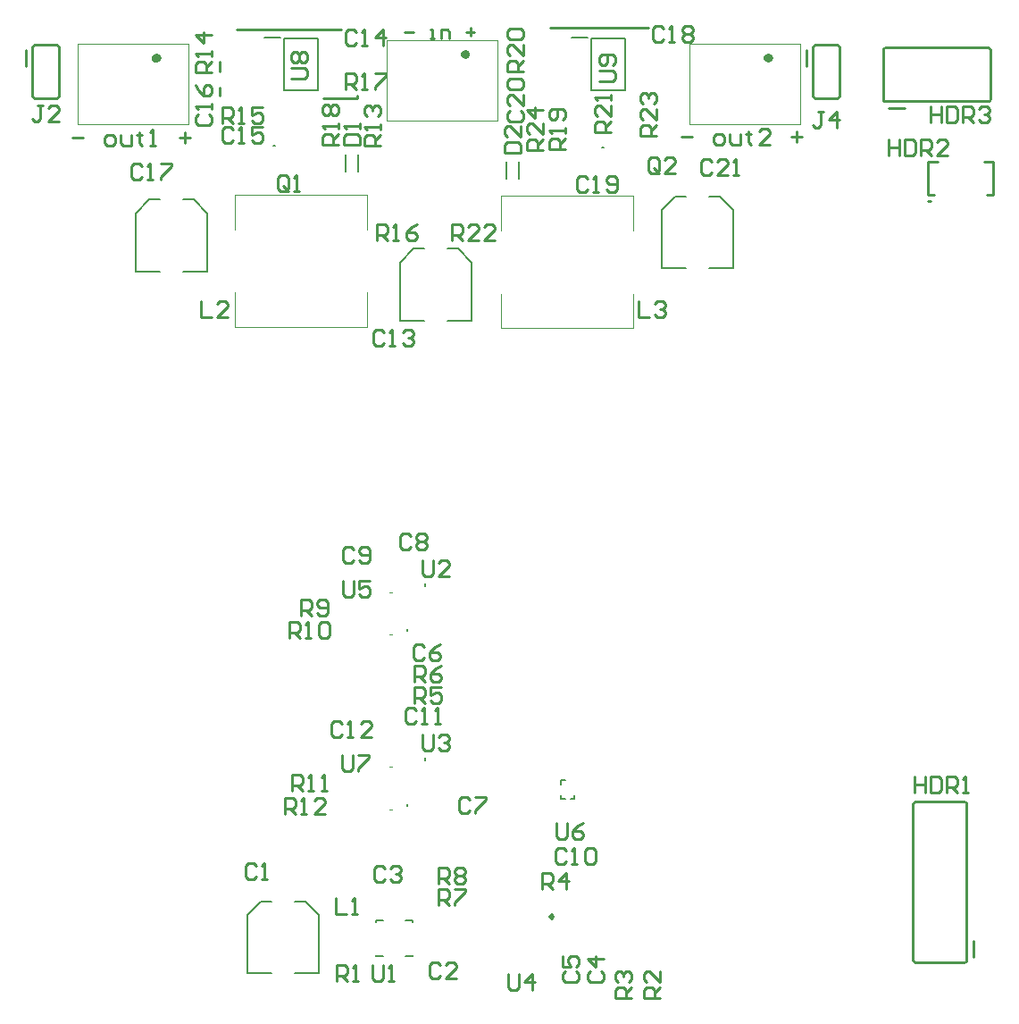
<source format=gto>
G04*
G04 #@! TF.GenerationSoftware,Altium Limited,Altium Designer,24.0.1 (36)*
G04*
G04 Layer_Color=65535*
%FSLAX26Y26*%
%MOIN*%
G70*
G04*
G04 #@! TF.SameCoordinates,F42C736F-CBB7-40B1-BF54-99FABD9F894E*
G04*
G04*
G04 #@! TF.FilePolarity,Positive*
G04*
G01*
G75*
%ADD10C,0.010000*%
%ADD11C,0.003937*%
%ADD12C,0.012795*%
%ADD13C,0.003937*%
%ADD14C,0.007874*%
%ADD15C,0.019685*%
D10*
X3616142Y3258780D02*
X3608268D01*
X3616142D01*
X3752362Y1007716D02*
X3749433Y1014788D01*
X3742362Y1017716D01*
Y417716D02*
X3749433Y420645D01*
X3752362Y427716D01*
X3562362Y1017716D02*
X3555291Y1014788D01*
X3552362Y1007716D01*
Y427716D02*
X3555291Y420645D01*
X3562362Y417716D01*
X3829715Y3630628D02*
X3836786Y3633557D01*
X3839715Y3640628D01*
X3439715D02*
X3442644Y3633557D01*
X3449715Y3630628D01*
X3839715Y3820628D02*
X3836786Y3827699D01*
X3829715Y3830628D01*
X3449715D02*
X3442644Y3827699D01*
X3439715Y3820628D01*
X3178347Y3652016D02*
X3181275Y3644945D01*
X3188347Y3642016D01*
Y3842016D02*
X3181275Y3839087D01*
X3178347Y3832016D01*
X3268347Y3642016D02*
X3275418Y3644945D01*
X3278347Y3652016D01*
Y3832016D02*
X3275418Y3839087D01*
X3268347Y3842016D01*
X264961Y3651251D02*
X267889Y3644180D01*
X274961Y3641251D01*
Y3841251D02*
X267889Y3838322D01*
X264961Y3831251D01*
X354961Y3641251D02*
X362032Y3644180D01*
X364961Y3651251D01*
Y3831251D02*
X362032Y3838322D01*
X354961Y3841251D01*
X3608268Y3282402D02*
X3631890D01*
X3608268D02*
Y3404449D01*
X3643701D01*
X3828740Y3282402D02*
X3852362D01*
Y3404449D01*
X3816929D02*
X3852362D01*
X3777362Y437716D02*
Y497716D01*
X3752362Y427716D02*
Y1007716D01*
X3552362Y427716D02*
Y1007716D01*
X3562362Y417716D02*
X3742362D01*
X3562362Y1017716D02*
X3742362D01*
X3459715Y3605628D02*
X3519715D01*
X3449715Y3630628D02*
X3829715D01*
X3449715Y3830628D02*
X3829715D01*
X3439715Y3640628D02*
Y3820628D01*
X3839715Y3640628D02*
Y3820628D01*
X3153347Y3762016D02*
Y3822016D01*
X3178347Y3652016D02*
Y3832016D01*
X3278347Y3652016D02*
Y3832016D01*
X3188347Y3842016D02*
X3268347D01*
X3188347Y3642016D02*
X3268347D01*
X2197731Y3906897D02*
X2563201Y3906890D01*
X1476378Y3641732D02*
Y3651575D01*
X1350394Y3641732D02*
X1476378Y3641732D01*
X964567Y3651575D02*
Y3681102D01*
Y3742126D02*
Y3777559D01*
X1026204Y3897638D02*
X1417323D01*
X239961Y3761251D02*
Y3821251D01*
X264961Y3651251D02*
Y3831251D01*
X364961Y3651251D02*
Y3831251D01*
X274961Y3841251D02*
X354961D01*
X274961Y3641251D02*
X354961D01*
X3460066Y3488652D02*
Y3428671D01*
Y3458662D01*
X3500053D01*
Y3488652D01*
Y3428671D01*
X3520046Y3488652D02*
Y3428671D01*
X3550037D01*
X3560033Y3438668D01*
Y3478655D01*
X3550037Y3488652D01*
X3520046D01*
X3580027Y3428671D02*
Y3488652D01*
X3610017D01*
X3620014Y3478655D01*
Y3458662D01*
X3610017Y3448665D01*
X3580027D01*
X3600020D02*
X3620014Y3428671D01*
X3679994D02*
X3640007D01*
X3679994Y3468658D01*
Y3478655D01*
X3669998Y3488652D01*
X3650004D01*
X3640007Y3478655D01*
X3218350Y3592982D02*
X3198356D01*
X3208353D01*
Y3542999D01*
X3198356Y3533002D01*
X3188360D01*
X3178363Y3542999D01*
X3268334Y3533002D02*
Y3592982D01*
X3238343Y3562992D01*
X3278330D01*
X3618419Y3612668D02*
Y3552687D01*
Y3582677D01*
X3658406D01*
Y3612668D01*
Y3552687D01*
X3678399Y3612668D02*
Y3552687D01*
X3708390D01*
X3718387Y3562684D01*
Y3602671D01*
X3708390Y3612668D01*
X3678399D01*
X3738380Y3552687D02*
Y3612668D01*
X3768370D01*
X3778367Y3602671D01*
Y3582677D01*
X3768370Y3572680D01*
X3738380D01*
X3758374D02*
X3778367Y3552687D01*
X3798361Y3602671D02*
X3808357Y3612668D01*
X3828351D01*
X3838348Y3602671D01*
Y3592674D01*
X3828351Y3582677D01*
X3818354D01*
X3828351D01*
X3838348Y3572680D01*
Y3562684D01*
X3828351Y3552687D01*
X3808357D01*
X3798361Y3562684D01*
X1655739Y3889503D02*
X1687225D01*
X1750197Y3865888D02*
X1765940D01*
X1758069D01*
Y3897374D01*
X1750197D01*
X1789554Y3865888D02*
Y3897374D01*
X1813169D01*
X1821040Y3889503D01*
Y3865888D01*
X1884012Y3889503D02*
X1915498D01*
X1899755Y3905246D02*
Y3873760D01*
X413757Y3494455D02*
X453744D01*
X543715Y3464464D02*
X563708D01*
X573705Y3474461D01*
Y3494455D01*
X563708Y3504452D01*
X543715D01*
X533718Y3494455D01*
Y3474461D01*
X543715Y3464464D01*
X593699Y3504452D02*
Y3474461D01*
X603696Y3464464D01*
X633686D01*
Y3504452D01*
X663676Y3514448D02*
Y3504452D01*
X653679D01*
X673673D01*
X663676D01*
Y3474461D01*
X673673Y3464464D01*
X703663D02*
X723657D01*
X713660D01*
Y3524445D01*
X703663Y3514448D01*
X813628Y3494455D02*
X853615D01*
X833621Y3514448D02*
Y3474461D01*
X2688459Y3498652D02*
X2728446D01*
X2818417Y3468662D02*
X2838410D01*
X2848407Y3478658D01*
Y3498652D01*
X2838410Y3508649D01*
X2818417D01*
X2808420Y3498652D01*
Y3478658D01*
X2818417Y3468662D01*
X2868400Y3508649D02*
Y3478658D01*
X2878397Y3468662D01*
X2908387D01*
Y3508649D01*
X2938378Y3518645D02*
Y3508649D01*
X2928381D01*
X2948374D01*
X2938378D01*
Y3478658D01*
X2948374Y3468662D01*
X3018352D02*
X2978365D01*
X3018352Y3508649D01*
Y3518645D01*
X3008355Y3528642D01*
X2988362D01*
X2978365Y3518645D01*
X3098326Y3498652D02*
X3138313D01*
X3118320Y3518645D02*
Y3478658D01*
X1102362Y778440D02*
X1092366Y788437D01*
X1072372D01*
X1062375Y778440D01*
Y738453D01*
X1072372Y728456D01*
X1092366D01*
X1102362Y738453D01*
X1122356Y728456D02*
X1142349D01*
X1132353D01*
Y788437D01*
X1122356Y778440D01*
X1398991Y657943D02*
Y597962D01*
X1438978D01*
X1458972D02*
X1478965D01*
X1468969D01*
Y657943D01*
X1458972Y647946D01*
X1402613Y347962D02*
Y407943D01*
X1432603D01*
X1442600Y397946D01*
Y377953D01*
X1432603Y367956D01*
X1402613D01*
X1422607D02*
X1442600Y347962D01*
X1462594D02*
X1482587D01*
X1472591D01*
Y407943D01*
X1462594Y397946D01*
X1534816Y407943D02*
Y357959D01*
X1544813Y347962D01*
X1564806D01*
X1574803Y357959D01*
Y407943D01*
X1594797Y347962D02*
X1614790D01*
X1604793D01*
Y407943D01*
X1594797Y397946D01*
X2041370Y373707D02*
Y323724D01*
X2051367Y313727D01*
X2071361D01*
X2081357Y323724D01*
Y373707D01*
X2131341Y313727D02*
Y373707D01*
X2101351Y343717D01*
X2141338D01*
X2608730Y284662D02*
X2548750D01*
Y314652D01*
X2558747Y324649D01*
X2578740D01*
X2588737Y314652D01*
Y284662D01*
Y304655D02*
X2608730Y324649D01*
Y384630D02*
Y344642D01*
X2568743Y384630D01*
X2558747D01*
X2548750Y374633D01*
Y354639D01*
X2558747Y344642D01*
X2500573Y284662D02*
X2440592D01*
Y314652D01*
X2450589Y324649D01*
X2470582D01*
X2480579Y314652D01*
Y284662D01*
Y304655D02*
X2500573Y324649D01*
X2450589Y344642D02*
X2440592Y354639D01*
Y374633D01*
X2450589Y384630D01*
X2460586D01*
X2470582Y374633D01*
Y364636D01*
Y374633D01*
X2480579Y384630D01*
X2490576D01*
X2500573Y374633D01*
Y354639D01*
X2490576Y344642D01*
X2347108Y383704D02*
X2337111Y373707D01*
Y353714D01*
X2347108Y343717D01*
X2387095D01*
X2397092Y353714D01*
Y373707D01*
X2387095Y383704D01*
X2397092Y433688D02*
X2337111D01*
X2367102Y403697D01*
Y443685D01*
X2253388Y383704D02*
X2243391Y373707D01*
Y353714D01*
X2253388Y343717D01*
X2293375D01*
X2303372Y353714D01*
Y373707D01*
X2293375Y383704D01*
X2243391Y443685D02*
Y403698D01*
X2273381D01*
X2263385Y423691D01*
Y433688D01*
X2273381Y443685D01*
X2293375D01*
X2303372Y433688D01*
Y413694D01*
X2293375Y403698D01*
X2167040Y693023D02*
Y753004D01*
X2197031D01*
X2207027Y743007D01*
Y723013D01*
X2197031Y713017D01*
X2167040D01*
X2187034D02*
X2207027Y693023D01*
X2257011D02*
Y753004D01*
X2227021Y723013D01*
X2267008D01*
X2593191Y3502703D02*
X2533211D01*
Y3532693D01*
X2543207Y3542690D01*
X2563201D01*
X2573198Y3532693D01*
Y3502703D01*
Y3522697D02*
X2593191Y3542690D01*
Y3602671D02*
Y3562684D01*
X2553204Y3602671D01*
X2543207D01*
X2533211Y3592674D01*
Y3572680D01*
X2543207Y3562684D01*
Y3622664D02*
X2533211Y3632661D01*
Y3652655D01*
X2543207Y3662651D01*
X2553204D01*
X2563201Y3652655D01*
Y3642658D01*
Y3652655D01*
X2573198Y3662651D01*
X2583194D01*
X2593191Y3652655D01*
Y3632661D01*
X2583194Y3622664D01*
X2425913Y3515288D02*
X2365933D01*
Y3545278D01*
X2375930Y3555275D01*
X2395923D01*
X2405920Y3545278D01*
Y3515288D01*
Y3535282D02*
X2425913Y3555275D01*
Y3615256D02*
Y3575269D01*
X2385926Y3615256D01*
X2375930D01*
X2365933Y3605259D01*
Y3585265D01*
X2375930Y3575269D01*
X2425913Y3635249D02*
Y3655243D01*
Y3645246D01*
X2365933D01*
X2375930Y3635249D01*
X2799730Y3406351D02*
X2789733Y3416348D01*
X2769740D01*
X2759743Y3406351D01*
Y3366364D01*
X2769740Y3356367D01*
X2789733D01*
X2799730Y3366364D01*
X2859710Y3356367D02*
X2819723D01*
X2859710Y3396354D01*
Y3406351D01*
X2849714Y3416348D01*
X2829720D01*
X2819723Y3406351D01*
X2879704Y3356367D02*
X2899697D01*
X2889701D01*
Y3416348D01*
X2879704Y3406351D01*
X2338595Y3343489D02*
X2328598Y3353486D01*
X2308605D01*
X2298608Y3343489D01*
Y3303502D01*
X2308605Y3293506D01*
X2328598D01*
X2338595Y3303502D01*
X2358588Y3293506D02*
X2378582D01*
X2368585D01*
Y3353486D01*
X2358588Y3343489D01*
X2408572Y3303502D02*
X2418569Y3293506D01*
X2438562D01*
X2448559Y3303502D01*
Y3343489D01*
X2438562Y3353486D01*
X2418569D01*
X2408572Y3343489D01*
Y3333493D01*
X2418569Y3323496D01*
X2448559D01*
X2603188Y3373175D02*
Y3413162D01*
X2593191Y3423159D01*
X2573198D01*
X2563201Y3413162D01*
Y3373175D01*
X2573198Y3363178D01*
X2593191D01*
X2583194Y3383172D02*
X2603188Y3363178D01*
X2593191D02*
X2603188Y3373175D01*
X2663169Y3363178D02*
X2623181D01*
X2663169Y3403166D01*
Y3413162D01*
X2653172Y3423159D01*
X2633178D01*
X2623181Y3413162D01*
X2254400Y3451313D02*
X2194419D01*
Y3481304D01*
X2204416Y3491300D01*
X2224409D01*
X2234406Y3481304D01*
Y3451313D01*
Y3471307D02*
X2254400Y3491300D01*
Y3511294D02*
Y3531287D01*
Y3521291D01*
X2194419D01*
X2204416Y3511294D01*
X2244403Y3561278D02*
X2254400Y3571275D01*
Y3591268D01*
X2244403Y3601265D01*
X2204416D01*
X2194419Y3591268D01*
Y3571275D01*
X2204416Y3561278D01*
X2214412D01*
X2224409Y3571275D01*
Y3601265D01*
X2171972Y3447220D02*
X2111991D01*
Y3477211D01*
X2121988Y3487208D01*
X2141981D01*
X2151978Y3477211D01*
Y3447220D01*
Y3467214D02*
X2171972Y3487208D01*
Y3547188D02*
Y3507201D01*
X2131985Y3547188D01*
X2121988D01*
X2111991Y3537191D01*
Y3517198D01*
X2121988Y3507201D01*
X2171972Y3597172D02*
X2111991D01*
X2141981Y3567182D01*
Y3607169D01*
X2027559Y3439770D02*
X2087539D01*
Y3469760D01*
X2077543Y3479757D01*
X2037556D01*
X2027559Y3469760D01*
Y3439770D01*
X2087539Y3539738D02*
Y3499750D01*
X2047552Y3539738D01*
X2037556D01*
X2027559Y3529741D01*
Y3509747D01*
X2037556Y3499750D01*
X2096919Y3743057D02*
X2036939D01*
Y3773048D01*
X2046936Y3783044D01*
X2066929D01*
X2076926Y3773048D01*
Y3743057D01*
Y3763051D02*
X2096919Y3783044D01*
Y3843025D02*
Y3803038D01*
X2056932Y3843025D01*
X2046936D01*
X2036939Y3833028D01*
Y3813035D01*
X2046936Y3803038D01*
Y3863019D02*
X2036939Y3873015D01*
Y3893009D01*
X2046936Y3903006D01*
X2086923D01*
X2096919Y3893009D01*
Y3873015D01*
X2086923Y3863019D01*
X2046936D01*
X2046936Y3596003D02*
X2036939Y3586006D01*
Y3566012D01*
X2046936Y3556016D01*
X2086923D01*
X2096919Y3566012D01*
Y3586006D01*
X2086923Y3596003D01*
X2096919Y3655983D02*
Y3615996D01*
X2056932Y3655983D01*
X2046936D01*
X2036939Y3645987D01*
Y3625993D01*
X2046936Y3615996D01*
Y3675977D02*
X2036939Y3685974D01*
Y3705967D01*
X2046936Y3715964D01*
X2086923D01*
X2096919Y3705967D01*
Y3685974D01*
X2086923Y3675977D01*
X2046936D01*
X1786263Y408498D02*
X1776266Y418495D01*
X1756273D01*
X1746276Y408498D01*
Y368511D01*
X1756273Y358514D01*
X1776266D01*
X1786263Y368511D01*
X1846244Y358514D02*
X1806257D01*
X1846244Y398501D01*
Y408498D01*
X1836247Y418495D01*
X1816254D01*
X1806257Y408498D01*
X2220978Y940291D02*
Y890308D01*
X2230975Y880311D01*
X2250968D01*
X2260965Y890308D01*
Y940291D01*
X2320946D02*
X2300952Y930294D01*
X2280959Y910301D01*
Y890308D01*
X2290955Y880311D01*
X2310949D01*
X2320946Y890308D01*
Y900304D01*
X2310949Y910301D01*
X2280959D01*
X2258611Y835447D02*
X2248614Y845443D01*
X2228621D01*
X2218624Y835447D01*
Y795460D01*
X2228621Y785463D01*
X2248614D01*
X2258611Y795460D01*
X2278604Y785463D02*
X2298598D01*
X2288601D01*
Y845443D01*
X2278604Y835447D01*
X2328588D02*
X2338585Y845443D01*
X2358579D01*
X2368575Y835447D01*
Y795460D01*
X2358579Y785463D01*
X2338585D01*
X2328588Y795460D01*
Y835447D01*
X1424960Y1841014D02*
Y1791030D01*
X1434957Y1781033D01*
X1454950D01*
X1464947Y1791030D01*
Y1841014D01*
X1524928D02*
X1484940D01*
Y1811024D01*
X1504934Y1821020D01*
X1514931D01*
X1524928Y1811024D01*
Y1791030D01*
X1514931Y1781033D01*
X1494937D01*
X1484940Y1791030D01*
X1224237Y1627322D02*
Y1687303D01*
X1254227D01*
X1264224Y1677306D01*
Y1657313D01*
X1254227Y1647316D01*
X1224237D01*
X1244230D02*
X1264224Y1627322D01*
X1284217D02*
X1304211D01*
X1294214D01*
Y1687303D01*
X1284217Y1677306D01*
X1334201D02*
X1344198Y1687303D01*
X1364192D01*
X1374188Y1677306D01*
Y1637319D01*
X1364192Y1627322D01*
X1344198D01*
X1334201Y1637319D01*
Y1677306D01*
X1268914Y1711968D02*
Y1771949D01*
X1298904D01*
X1308901Y1761952D01*
Y1741958D01*
X1298904Y1731962D01*
X1268914D01*
X1288907D02*
X1308901Y1711968D01*
X1328894Y1721965D02*
X1338891Y1711968D01*
X1358885D01*
X1368881Y1721965D01*
Y1761952D01*
X1358885Y1771949D01*
X1338891D01*
X1328894Y1761952D01*
Y1751955D01*
X1338891Y1741958D01*
X1368881D01*
X1464947Y1959757D02*
X1454950Y1969754D01*
X1434957D01*
X1424960Y1959757D01*
Y1919770D01*
X1434957Y1909773D01*
X1454950D01*
X1464947Y1919770D01*
X1484940D02*
X1494937Y1909773D01*
X1514931D01*
X1524928Y1919770D01*
Y1959757D01*
X1514931Y1969754D01*
X1494937D01*
X1484940Y1959757D01*
Y1949761D01*
X1494937Y1939764D01*
X1524928D01*
X1677592Y2008182D02*
X1667595Y2018179D01*
X1647601D01*
X1637605Y2008182D01*
Y1968196D01*
X1647601Y1958199D01*
X1667595D01*
X1677592Y1968196D01*
X1697585Y2008182D02*
X1707582Y2018179D01*
X1727576D01*
X1737572Y2008182D01*
Y1998186D01*
X1727576Y1988189D01*
X1737572Y1978192D01*
Y1968196D01*
X1727576Y1958199D01*
X1707582D01*
X1697585Y1968196D01*
Y1978192D01*
X1707582Y1988189D01*
X1697585Y1998186D01*
Y2008182D01*
X1707582Y1988189D02*
X1727576D01*
X1721670Y1919478D02*
Y1869495D01*
X1731667Y1859498D01*
X1751660D01*
X1761657Y1869495D01*
Y1919478D01*
X1821637Y1859498D02*
X1781650D01*
X1821637Y1899485D01*
Y1909482D01*
X1811641Y1919478D01*
X1791647D01*
X1781650Y1909482D01*
X1690892Y1385819D02*
Y1445799D01*
X1720882D01*
X1730879Y1435802D01*
Y1415809D01*
X1720882Y1405812D01*
X1690892D01*
X1710885D02*
X1730879Y1385819D01*
X1790859Y1445799D02*
X1750872D01*
Y1415809D01*
X1770866Y1425806D01*
X1780863D01*
X1790859Y1415809D01*
Y1395815D01*
X1780863Y1385819D01*
X1760869D01*
X1750872Y1395815D01*
X1690892Y1465147D02*
Y1525128D01*
X1720882D01*
X1730879Y1515131D01*
Y1495137D01*
X1720882Y1485141D01*
X1690892D01*
X1710885D02*
X1730879Y1465147D01*
X1790859Y1525128D02*
X1770866Y1515131D01*
X1750872Y1495137D01*
Y1475144D01*
X1760869Y1465147D01*
X1780863D01*
X1790859Y1475144D01*
Y1485141D01*
X1780863Y1495137D01*
X1750872D01*
X1729003Y1594797D02*
X1719006Y1604793D01*
X1699013D01*
X1689016Y1594797D01*
Y1554810D01*
X1699013Y1544813D01*
X1719006D01*
X1729003Y1554810D01*
X1788983Y1604793D02*
X1768990Y1594797D01*
X1748996Y1574803D01*
Y1554810D01*
X1758993Y1544813D01*
X1778987D01*
X1788983Y1554810D01*
Y1564806D01*
X1778987Y1574803D01*
X1748996D01*
X1696678Y1358576D02*
X1686681Y1368573D01*
X1666688D01*
X1656691Y1358576D01*
Y1318589D01*
X1666688Y1308592D01*
X1686681D01*
X1696678Y1318589D01*
X1716671Y1308592D02*
X1736665D01*
X1726668D01*
Y1368573D01*
X1716671Y1358576D01*
X1766655Y1308592D02*
X1786649D01*
X1776652D01*
Y1368573D01*
X1766655Y1358576D01*
X1421706Y1307880D02*
X1411709Y1317877D01*
X1391716D01*
X1381719Y1307880D01*
Y1267893D01*
X1391716Y1257896D01*
X1411709D01*
X1421706Y1267893D01*
X1441700Y1257896D02*
X1461693D01*
X1451696D01*
Y1317877D01*
X1441700Y1307880D01*
X1531670Y1257896D02*
X1491683D01*
X1531670Y1297883D01*
Y1307880D01*
X1521674Y1317877D01*
X1501680D01*
X1491683Y1307880D01*
X1422459Y1191408D02*
Y1141424D01*
X1432456Y1131427D01*
X1452449D01*
X1462446Y1141424D01*
Y1191408D01*
X1482440D02*
X1522427D01*
Y1181411D01*
X1482440Y1141424D01*
Y1131427D01*
X1234234Y1059638D02*
Y1119619D01*
X1264224D01*
X1274221Y1109622D01*
Y1089629D01*
X1264224Y1079632D01*
X1234234D01*
X1254227D02*
X1274221Y1059638D01*
X1294214D02*
X1314208D01*
X1304211D01*
Y1119619D01*
X1294214Y1109622D01*
X1344198Y1059638D02*
X1364192D01*
X1354195D01*
Y1119619D01*
X1344198Y1109622D01*
X1208489Y971981D02*
Y1031962D01*
X1238479D01*
X1248476Y1021965D01*
Y1001971D01*
X1238479Y991975D01*
X1208489D01*
X1228482D02*
X1248476Y971981D01*
X1268469D02*
X1288463D01*
X1278466D01*
Y1031962D01*
X1268469Y1021965D01*
X1358440Y971981D02*
X1318453D01*
X1358440Y1011968D01*
Y1021965D01*
X1348444Y1031962D01*
X1328450D01*
X1318453Y1021965D01*
X1721670Y1270148D02*
Y1220164D01*
X1731667Y1210167D01*
X1751660D01*
X1761657Y1220164D01*
Y1270148D01*
X1781650Y1260151D02*
X1791647Y1270148D01*
X1811641D01*
X1821637Y1260151D01*
Y1250154D01*
X1811641Y1240158D01*
X1801644D01*
X1811641D01*
X1821637Y1230161D01*
Y1220164D01*
X1811641Y1210167D01*
X1791647D01*
X1781650Y1220164D01*
X1779504Y710740D02*
Y770720D01*
X1809494D01*
X1819491Y760723D01*
Y740730D01*
X1809494Y730733D01*
X1779504D01*
X1799497D02*
X1819491Y710740D01*
X1839485Y760723D02*
X1849481Y770720D01*
X1869475D01*
X1879472Y760723D01*
Y750727D01*
X1869475Y740730D01*
X1879472Y730733D01*
Y720736D01*
X1869475Y710740D01*
X1849481D01*
X1839485Y720736D01*
Y730733D01*
X1849481Y740730D01*
X1839485Y750727D01*
Y760723D01*
X1849481Y740730D02*
X1869475D01*
X1779504Y631411D02*
Y691392D01*
X1809494D01*
X1819491Y681395D01*
Y661401D01*
X1809494Y651404D01*
X1779504D01*
X1799497D02*
X1819491Y631411D01*
X1839485Y691392D02*
X1879472D01*
Y681395D01*
X1839485Y641408D01*
Y631411D01*
X1897484Y1025429D02*
X1887487Y1035426D01*
X1867493D01*
X1857496Y1025429D01*
Y985442D01*
X1867493Y975446D01*
X1887487D01*
X1897484Y985442D01*
X1917477Y1035426D02*
X1957464D01*
Y1025429D01*
X1917477Y985442D01*
Y975446D01*
X2622492Y3902080D02*
X2612495Y3912077D01*
X2592501D01*
X2582505Y3902080D01*
Y3862093D01*
X2592501Y3852096D01*
X2612495D01*
X2622492Y3862093D01*
X2642485Y3852096D02*
X2662479D01*
X2652482D01*
Y3912077D01*
X2642485Y3902080D01*
X2692469D02*
X2702466Y3912077D01*
X2722459D01*
X2732456Y3902080D01*
Y3892083D01*
X2722459Y3882087D01*
X2732456Y3872090D01*
Y3862093D01*
X2722459Y3852096D01*
X2702466D01*
X2692469Y3862093D01*
Y3872090D01*
X2702466Y3882087D01*
X2692469Y3892083D01*
Y3902080D01*
X2702466Y3882087D02*
X2722459D01*
X2380986Y3707016D02*
X2430970D01*
X2440967Y3717012D01*
Y3737006D01*
X2430970Y3747003D01*
X2380986D01*
X2430970Y3766996D02*
X2440967Y3776993D01*
Y3796986D01*
X2430970Y3806983D01*
X2390983D01*
X2380986Y3796986D01*
Y3776993D01*
X2390983Y3766996D01*
X2400980D01*
X2410977Y3776993D01*
Y3806983D01*
X673673Y3389088D02*
X663676Y3399085D01*
X643683D01*
X633686Y3389088D01*
Y3349101D01*
X643683Y3339104D01*
X663676D01*
X673673Y3349101D01*
X693666Y3339104D02*
X713660D01*
X703663D01*
Y3399085D01*
X693666Y3389088D01*
X743650Y3399085D02*
X783637D01*
Y3389088D01*
X743650Y3349101D01*
Y3339104D01*
X304964Y3615660D02*
X284970D01*
X294967D01*
Y3565676D01*
X284970Y3555679D01*
X274974D01*
X264977Y3565676D01*
X364945Y3555679D02*
X324957D01*
X364945Y3595666D01*
Y3605663D01*
X354948Y3615660D01*
X334954D01*
X324957Y3605663D01*
X1229852Y3716016D02*
X1279836D01*
X1289833Y3726012D01*
Y3746006D01*
X1279836Y3756003D01*
X1229852D01*
X1239849Y3775996D02*
X1229852Y3785993D01*
Y3805987D01*
X1239849Y3815983D01*
X1249846D01*
X1259842Y3805987D01*
X1269839Y3815983D01*
X1279836D01*
X1289833Y3805987D01*
Y3785993D01*
X1279836Y3775996D01*
X1269839D01*
X1259842Y3785993D01*
X1249846Y3775996D01*
X1239849D01*
X1259842Y3785993D02*
Y3805987D01*
X1472885Y3890269D02*
X1462889Y3900266D01*
X1442895D01*
X1432898Y3890269D01*
Y3850282D01*
X1442895Y3840285D01*
X1462889D01*
X1472885Y3850282D01*
X1492879Y3840285D02*
X1512872D01*
X1502876D01*
Y3900266D01*
X1492879Y3890269D01*
X1572853Y3840285D02*
Y3900266D01*
X1542863Y3870276D01*
X1582850D01*
X935502Y3739197D02*
X875521D01*
Y3769188D01*
X885518Y3779184D01*
X905512D01*
X915509Y3769188D01*
Y3739197D01*
Y3759191D02*
X935502Y3779184D01*
Y3799178D02*
Y3819171D01*
Y3809175D01*
X875521D01*
X885518Y3799178D01*
X935502Y3879152D02*
X875521D01*
X905512Y3849162D01*
Y3889149D01*
X885518Y3581153D02*
X875521Y3571156D01*
Y3551163D01*
X885518Y3541166D01*
X925505D01*
X935502Y3551163D01*
Y3571156D01*
X925505Y3581153D01*
X935502Y3601147D02*
Y3621140D01*
Y3611144D01*
X875521D01*
X885518Y3601147D01*
X875521Y3691118D02*
X885518Y3671124D01*
X905512Y3651131D01*
X925505D01*
X935502Y3661127D01*
Y3681121D01*
X925505Y3691118D01*
X915509D01*
X905512Y3681121D01*
Y3651131D01*
X1432898Y3676261D02*
Y3736242D01*
X1462889D01*
X1472885Y3726245D01*
Y3706251D01*
X1462889Y3696255D01*
X1432898D01*
X1452892D02*
X1472885Y3676261D01*
X1492879D02*
X1512872D01*
X1502876D01*
Y3736242D01*
X1492879Y3726245D01*
X1542863Y3736242D02*
X1582850D01*
Y3726245D01*
X1542863Y3686258D01*
Y3676261D01*
X975000Y3548750D02*
Y3608731D01*
X1004990D01*
X1014987Y3598734D01*
Y3578740D01*
X1004990Y3568743D01*
X975000D01*
X994993D02*
X1014987Y3548750D01*
X1034980D02*
X1054974D01*
X1044977D01*
Y3608731D01*
X1034980Y3598734D01*
X1124951Y3608731D02*
X1084964D01*
Y3578740D01*
X1104957Y3588737D01*
X1114954D01*
X1124951Y3578740D01*
Y3558747D01*
X1114954Y3548750D01*
X1094961D01*
X1084964Y3558747D01*
X1831663Y3112417D02*
Y3172397D01*
X1861653D01*
X1871650Y3162401D01*
Y3142407D01*
X1861653Y3132410D01*
X1831663D01*
X1851656D02*
X1871650Y3112417D01*
X1931630D02*
X1891643D01*
X1931630Y3152404D01*
Y3162401D01*
X1921634Y3172397D01*
X1901640D01*
X1891643Y3162401D01*
X1991611Y3112417D02*
X1951624D01*
X1991611Y3152404D01*
Y3162401D01*
X1981614Y3172397D01*
X1961621D01*
X1951624Y3162401D01*
X1551284Y3112417D02*
Y3172397D01*
X1581274D01*
X1591271Y3162401D01*
Y3142407D01*
X1581274Y3132410D01*
X1551284D01*
X1571278D02*
X1591271Y3112417D01*
X1611265D02*
X1631258D01*
X1621262D01*
Y3172397D01*
X1611265Y3162401D01*
X1701236Y3172397D02*
X1681242Y3162401D01*
X1661249Y3142407D01*
Y3122414D01*
X1671245Y3112417D01*
X1691239D01*
X1701236Y3122414D01*
Y3132410D01*
X1691239Y3142407D01*
X1661249D01*
X1426703Y3468074D02*
X1486683D01*
Y3498064D01*
X1476686Y3508061D01*
X1436699D01*
X1426703Y3498064D01*
Y3468074D01*
X1486683Y3528055D02*
Y3548048D01*
Y3538052D01*
X1426703D01*
X1436699Y3528055D01*
X1563010Y3466210D02*
X1503029D01*
Y3496200D01*
X1513026Y3506197D01*
X1533019D01*
X1543016Y3496200D01*
Y3466210D01*
Y3486203D02*
X1563010Y3506197D01*
Y3526190D02*
Y3546184D01*
Y3536187D01*
X1503029D01*
X1513026Y3526190D01*
Y3576174D02*
X1503029Y3586171D01*
Y3606164D01*
X1513026Y3616161D01*
X1523023D01*
X1533019Y3606164D01*
Y3596168D01*
Y3606164D01*
X1543016Y3616161D01*
X1553013D01*
X1563010Y3606164D01*
Y3586171D01*
X1553013Y3576174D01*
X1407943Y3468331D02*
X1347963D01*
Y3498322D01*
X1357959Y3508319D01*
X1377953D01*
X1387950Y3498322D01*
Y3468331D01*
Y3488325D02*
X1407943Y3508319D01*
Y3528312D02*
Y3548306D01*
Y3538309D01*
X1347963D01*
X1357959Y3528312D01*
Y3578296D02*
X1347963Y3588293D01*
Y3608286D01*
X1357959Y3618283D01*
X1367956D01*
X1377953Y3608286D01*
X1387950Y3618283D01*
X1397946D01*
X1407943Y3608286D01*
Y3588293D01*
X1397946Y3578296D01*
X1387950D01*
X1377953Y3588293D01*
X1367956Y3578296D01*
X1357959D01*
X1377953Y3588293D02*
Y3608286D01*
X1220473Y3306778D02*
Y3346765D01*
X1210476Y3356762D01*
X1190482D01*
X1180485Y3346765D01*
Y3306778D01*
X1190482Y3296781D01*
X1210476D01*
X1200479Y3316775D02*
X1220473Y3296781D01*
X1210476D02*
X1220473Y3306778D01*
X1240466Y3296781D02*
X1260459D01*
X1250463D01*
Y3356762D01*
X1240466Y3346765D01*
X1014987Y3523930D02*
X1004990Y3533927D01*
X984996D01*
X975000Y3523930D01*
Y3483943D01*
X984996Y3473947D01*
X1004990D01*
X1014987Y3483943D01*
X1034980Y3473947D02*
X1054974D01*
X1044977D01*
Y3533927D01*
X1034980Y3523930D01*
X1124951Y3533927D02*
X1084964D01*
Y3503937D01*
X1104957Y3513934D01*
X1114954D01*
X1124951Y3503937D01*
Y3483943D01*
X1114954Y3473947D01*
X1094961D01*
X1084964Y3483943D01*
X2528756Y2884321D02*
Y2824340D01*
X2568744D01*
X2588737Y2874324D02*
X2598734Y2884321D01*
X2618727D01*
X2628724Y2874324D01*
Y2864327D01*
X2618727Y2854331D01*
X2608731D01*
X2618727D01*
X2628724Y2844334D01*
Y2834337D01*
X2618727Y2824340D01*
X2598734D01*
X2588737Y2834337D01*
X1579185Y2769994D02*
X1569188Y2779990D01*
X1549194D01*
X1539197Y2769994D01*
Y2730006D01*
X1549194Y2720010D01*
X1569188D01*
X1579185Y2730006D01*
X1599178Y2720010D02*
X1619172D01*
X1609175D01*
Y2779990D01*
X1599178Y2769994D01*
X1649162D02*
X1659159Y2779990D01*
X1679152D01*
X1689149Y2769994D01*
Y2759997D01*
X1679152Y2750000D01*
X1669155D01*
X1679152D01*
X1689149Y2740003D01*
Y2730006D01*
X1679152Y2720010D01*
X1659159D01*
X1649162Y2730006D01*
X894898Y2884321D02*
Y2824340D01*
X934885D01*
X994866D02*
X954879D01*
X994866Y2864327D01*
Y2874324D01*
X984869Y2884321D01*
X964875D01*
X954879Y2874324D01*
X1580987Y767983D02*
X1570990Y777980D01*
X1550996D01*
X1540999Y767983D01*
Y727996D01*
X1550996Y718000D01*
X1570990D01*
X1580987Y727996D01*
X1600980Y767983D02*
X1610977Y777980D01*
X1630970D01*
X1640967Y767983D01*
Y757987D01*
X1630970Y747990D01*
X1620974D01*
X1630970D01*
X1640967Y737993D01*
Y727996D01*
X1630970Y718000D01*
X1610977D01*
X1600980Y727996D01*
X3556999Y1112980D02*
Y1052999D01*
Y1082990D01*
X3596987D01*
Y1112980D01*
Y1052999D01*
X3616980Y1112980D02*
Y1052999D01*
X3646970D01*
X3656967Y1062996D01*
Y1102983D01*
X3646970Y1112980D01*
X3616980D01*
X3676961Y1052999D02*
Y1112980D01*
X3706951D01*
X3716948Y1102983D01*
Y1082990D01*
X3706951Y1072993D01*
X3676961D01*
X3696954D02*
X3716948Y1052999D01*
X3736941D02*
X3756935D01*
X3746938D01*
Y1112980D01*
X3736941Y1102983D01*
D11*
X1535167Y574466D02*
D03*
X2035896Y3329724D02*
D03*
X2289466Y1096624D02*
D03*
X1435039Y3355965D02*
D03*
D12*
X2209153Y589547D02*
X2202756Y595945D01*
X2196358Y589547D01*
X2202756Y583150D01*
X2209153Y589547D01*
D13*
X2391986Y3458662D02*
X2395923D01*
X1165354Y3465370D02*
X1169291D01*
X1599006Y1642037D02*
X1606880D01*
X1599006Y1799518D02*
X1606880D01*
X1599006Y990160D02*
X1606880D01*
X1599006Y1147641D02*
X1606880D01*
X3130079Y3545598D02*
Y3844811D01*
X2716693D02*
X3130079D01*
X2716693Y3545598D02*
Y3844811D01*
Y3545598D02*
X3130079D01*
X1999740Y3559055D02*
Y3858268D01*
X1586354D02*
X1999740D01*
X1586354Y3559055D02*
Y3858268D01*
Y3559055D02*
X1999740D01*
X846614Y3544834D02*
Y3844047D01*
X433228D02*
X846614D01*
X433228Y3544834D02*
Y3844047D01*
Y3544834D02*
X846614D01*
X2015748Y3149606D02*
Y3277559D01*
X2507874D01*
Y3149606D02*
Y3277559D01*
X2015748Y2785433D02*
Y2913386D01*
Y2785433D02*
X2507874D01*
Y2913386D01*
X1514346Y2789370D02*
Y2917323D01*
X1022220Y2789370D02*
X1514346D01*
X1022220D02*
Y2917323D01*
X1514346Y3153543D02*
Y3281496D01*
X1022220D02*
X1514346D01*
X1022220Y3153543D02*
Y3281496D01*
D14*
X2397892Y3458662D02*
X2390018D01*
X2397892D01*
X1663966Y1653848D02*
Y1661722D01*
Y1653848D01*
X1730315Y1830709D02*
Y1822835D01*
Y1830709D01*
X1663966Y1001971D02*
Y1009845D01*
Y1001971D01*
X1730315Y1181102D02*
Y1173228D01*
Y1181102D01*
X1171260Y3465370D02*
X1163386D01*
X1171260D01*
X1244094Y645669D02*
X1283465D01*
X1334646Y594488D01*
X1066929D02*
X1118110Y645669D01*
X1157480D01*
X1334646Y377953D02*
Y594488D01*
X1244094Y377953D02*
X1334646D01*
X1066929D02*
X1157480D01*
X1066929D02*
Y594488D01*
X1657017Y440608D02*
X1682805D01*
X1548946D02*
X1574734D01*
X1657017Y574466D02*
X1682805D01*
X1548946D02*
X1574734D01*
X1682805Y440608D02*
Y446513D01*
Y568560D02*
Y574466D01*
X1548946Y440608D02*
Y446513D01*
Y568560D02*
Y574466D01*
X2790350Y3276329D02*
X2829720D01*
X2880901Y3225148D01*
X2613185D02*
X2664366Y3276329D01*
X2703736D01*
X2880901Y3008612D02*
Y3225148D01*
X2790350Y3008612D02*
X2880901D01*
X2613185D02*
X2703736D01*
X2613185D02*
Y3225148D01*
X2081171Y3341535D02*
Y3404528D01*
X2033927Y3341535D02*
Y3404528D01*
X2237245Y1098134D02*
X2252993D01*
X2237245Y1082386D02*
Y1098134D01*
X2237107Y1027776D02*
Y1043524D01*
Y1027776D02*
X2252855D01*
X2273381Y1027747D02*
X2289129D01*
Y1043495D01*
X2277172Y3870276D02*
X2337212D01*
X2350991Y3671260D02*
Y3864173D01*
Y3671260D02*
X2476975D01*
Y3864173D01*
X2350991D02*
X2476975D01*
X828307Y3263780D02*
X867677D01*
X918858Y3212599D01*
X651141D02*
X702322Y3263780D01*
X741692D01*
X918858Y2996063D02*
Y3212599D01*
X828307Y2996063D02*
X918858D01*
X651141D02*
X741692D01*
X651141D02*
Y3212599D01*
X1131803Y3870276D02*
X1191842D01*
X1205622Y3671260D02*
Y3864173D01*
Y3671260D02*
X1331606D01*
Y3864173D01*
X1205622D02*
X1331606D01*
X1480315Y3367776D02*
Y3430768D01*
X1433071Y3367776D02*
Y3430768D01*
X1814961Y3080709D02*
X1854331D01*
X1905512Y3029528D01*
X1637795D02*
X1688976Y3080709D01*
X1728347D01*
X1905512Y2812992D02*
Y3029528D01*
X1814961Y2812992D02*
X1905512D01*
X1637795D02*
X1728347D01*
X1637795D02*
Y3029528D01*
D15*
X3019685Y3792016D02*
X3014244Y3799504D01*
X3005441Y3796644D01*
Y3787387D01*
X3014244Y3784527D01*
X3019685Y3792016D01*
X1889347Y3805472D02*
X1883906Y3812961D01*
X1875102Y3810101D01*
Y3800844D01*
X1883906Y3797984D01*
X1889347Y3805472D01*
X736221Y3791251D02*
X730780Y3798740D01*
X721976Y3795880D01*
Y3786623D01*
X730780Y3783763D01*
X736221Y3791251D01*
M02*

</source>
